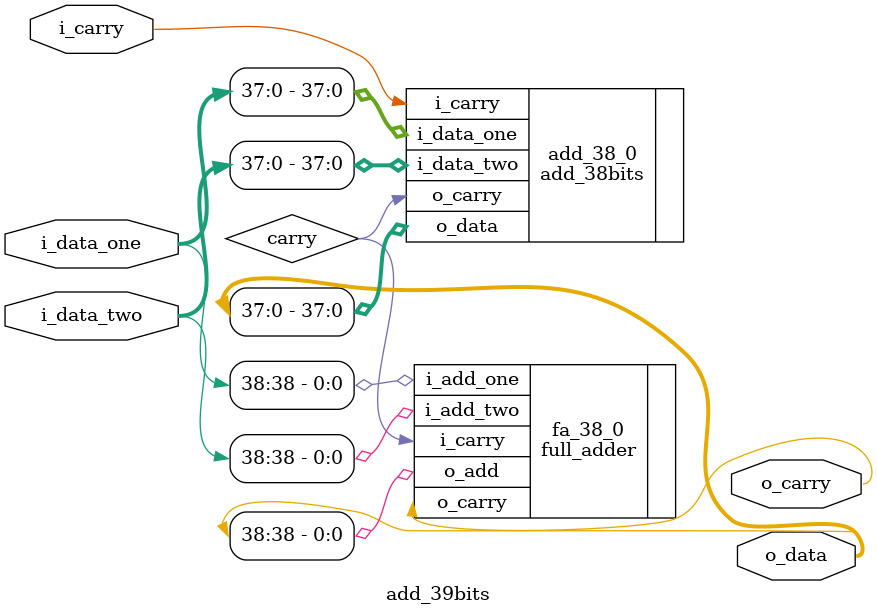
<source format=sv>
module add_39bits(
  input logic  [38:0] i_data_one,
  input logic  [38:0] i_data_two,
  input logic         i_carry,
  
  output logic [38:0] o_data,
  output logic        o_carry
);

  logic carry;

  add_38bits add_38_0(
    .i_data_one (i_data_one[37:0]),
    .i_data_two (i_data_two[37:0]),
    .i_carry    (i_carry),
    .o_data     (o_data[37:0]),
    .o_carry    (carry)
  );
  
  full_adder fa_38_0(
    .i_add_one (i_data_one[38]),
    .i_add_two (i_data_two[38]),
    .i_carry   (carry),
    .o_add     (o_data[38]),
    .o_carry   (o_carry)
  );

endmodule
</source>
